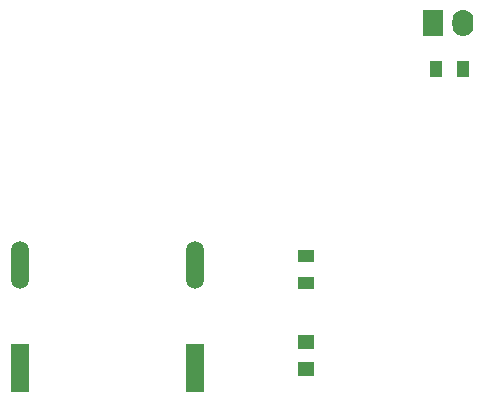
<source format=gtp>
G04*
G04 #@! TF.GenerationSoftware,Altium Limited,Altium Designer,21.0.8 (223)*
G04*
G04 Layer_Color=8421504*
%FSTAX24Y24*%
%MOIN*%
G70*
G04*
G04 #@! TF.SameCoordinates,D6642B81-7170-4B7A-B2B3-623539A33ABF*
G04*
G04*
G04 #@! TF.FilePolarity,Positive*
G04*
G01*
G75*
%ADD21O,0.0700X0.0900*%
%ADD22R,0.0700X0.0900*%
%ADD23R,0.0394X0.0550*%
%ADD24R,0.0550X0.0394*%
%ADD25R,0.0550X0.0500*%
%ADD26R,0.0591X0.1600*%
%ADD27O,0.0591X0.1600*%
D21*
X034948Y048061D02*
D03*
D22*
X033948D02*
D03*
D23*
X034041Y046526D02*
D03*
X034941D02*
D03*
D24*
X029727Y039383D02*
D03*
Y040283D02*
D03*
D25*
Y037426D02*
D03*
Y036526D02*
D03*
D26*
X026026Y036547D02*
D03*
X0202D02*
D03*
D27*
X026026Y039997D02*
D03*
X0202D02*
D03*
M02*

</source>
